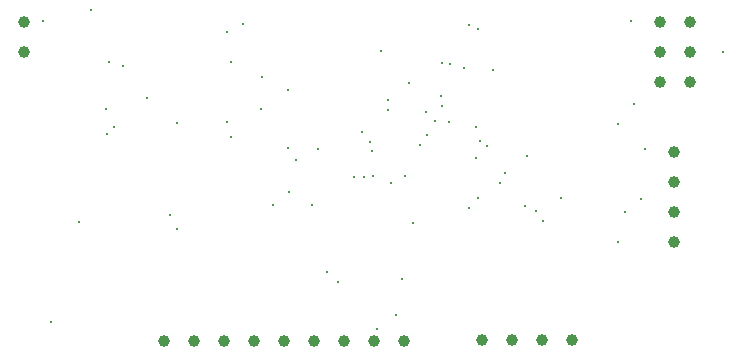
<source format=gbr>
%TF.GenerationSoftware,KiCad,Pcbnew,9.0.2*%
%TF.CreationDate,2025-06-26T23:30:37+05:30*%
%TF.ProjectId,MCU data logger,4d435520-6461-4746-9120-6c6f67676572,VERSION 1*%
%TF.SameCoordinates,Original*%
%TF.FileFunction,Plated,1,4,PTH,Drill*%
%TF.FilePolarity,Positive*%
%FSLAX46Y46*%
G04 Gerber Fmt 4.6, Leading zero omitted, Abs format (unit mm)*
G04 Created by KiCad (PCBNEW 9.0.2) date 2025-06-26 23:30:37*
%MOMM*%
%LPD*%
G01*
G04 APERTURE LIST*
%TA.AperFunction,ViaDrill*%
%ADD10C,0.300000*%
%TD*%
%TA.AperFunction,ComponentDrill*%
%ADD11C,1.000000*%
%TD*%
G04 APERTURE END LIST*
D10*
X113430000Y-51710000D03*
X114090000Y-77220000D03*
X116480000Y-68770000D03*
X117500000Y-50830000D03*
X118780000Y-59200000D03*
X118870000Y-61300000D03*
X119010000Y-55250000D03*
X119434246Y-60723316D03*
X120160000Y-55550000D03*
X122190000Y-58285000D03*
X124170000Y-68150000D03*
X124760000Y-60370000D03*
X124770000Y-69380000D03*
X128950000Y-60269000D03*
X128975735Y-52704265D03*
X129310000Y-61540000D03*
X129320000Y-55216765D03*
X130380000Y-51970000D03*
X131830000Y-59180000D03*
X131980000Y-56520000D03*
X132920000Y-67310000D03*
X134140000Y-57550000D03*
X134180000Y-62510000D03*
X134200000Y-66250000D03*
X134800000Y-63530000D03*
X136190000Y-67350000D03*
X136670000Y-62554565D03*
X137450000Y-73030000D03*
X138400000Y-73850000D03*
X139780656Y-64943627D03*
X140400000Y-61110000D03*
X140580526Y-64929072D03*
X141086037Y-61954565D03*
X141238000Y-62740000D03*
X141380000Y-64900000D03*
X141660000Y-77820000D03*
X142040000Y-54240000D03*
X142610000Y-59260000D03*
X142622902Y-58460102D03*
X142857468Y-65459203D03*
X143280000Y-76620000D03*
X143790000Y-73560000D03*
X144060000Y-64890000D03*
X144390000Y-57010000D03*
X144720000Y-68870000D03*
X145303890Y-62208472D03*
X145850000Y-59430000D03*
X145910000Y-61430000D03*
X146630000Y-60230000D03*
X147110000Y-58090000D03*
X147160000Y-55300000D03*
X147160000Y-58920000D03*
X147760001Y-60279451D03*
X147910000Y-55380000D03*
X149060000Y-55690000D03*
X149460000Y-67590000D03*
X149510000Y-52050000D03*
X150059999Y-63368527D03*
X150060000Y-60720000D03*
X150210000Y-66760000D03*
X150237928Y-52381850D03*
X150390000Y-61860000D03*
X151030000Y-62340000D03*
X151536382Y-55900000D03*
X152070000Y-65430000D03*
X152500000Y-64640000D03*
X154210000Y-67360000D03*
X154350000Y-63200000D03*
X155150000Y-67820000D03*
X155780000Y-68670000D03*
X157250000Y-66690000D03*
X162089000Y-60420000D03*
X162090000Y-70470000D03*
X162689000Y-67890000D03*
X163230000Y-51720000D03*
X163490000Y-58780000D03*
X164080000Y-66810000D03*
X164390000Y-62600000D03*
X171020000Y-54330000D03*
D11*
%TO.C,BT1*%
X111770000Y-51785000D03*
X111770000Y-54325000D03*
%TO.C,J2*%
X123640000Y-78800000D03*
X126180000Y-78800000D03*
X128720000Y-78800000D03*
X131260000Y-78800000D03*
X133800000Y-78800000D03*
X136340000Y-78800000D03*
X138880000Y-78800000D03*
X141420000Y-78800000D03*
X143960000Y-78800000D03*
%TO.C,J3*%
X150600000Y-78770000D03*
X153140000Y-78770000D03*
X155680000Y-78770000D03*
X158220000Y-78770000D03*
%TO.C,J4*%
X165630000Y-51790000D03*
X165630000Y-54330000D03*
X165630000Y-56870000D03*
%TO.C,J1*%
X166850000Y-62830000D03*
X166850000Y-65370000D03*
X166850000Y-67910000D03*
X166850000Y-70450000D03*
%TO.C,J4*%
X168170000Y-51790000D03*
X168170000Y-54330000D03*
X168170000Y-56870000D03*
M02*

</source>
